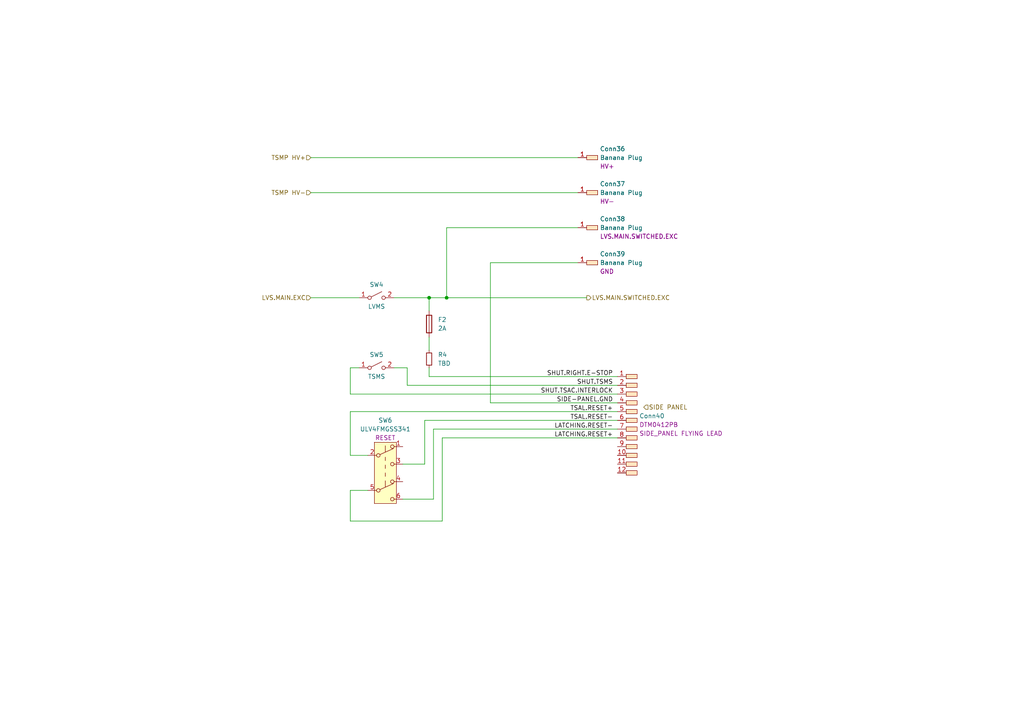
<source format=kicad_sch>
(kicad_sch (version 20231120) (generator "eeschema") (generator_version "8.0")
  (paper "A4")
  (title_block (title "LOOM - SIDE PANEL"))
  (lib_symbols
    (symbol "Connectors_SUFST:Banana Plug"
      (property "Reference" "Conn" (at 0 -1.905 0))
      (property "Connection Type" "HV" (at 0 1.905 0))
      (symbol "Banana Plug_1_1"
        (rectangle (start -3.81 -6.35) (end -0.635 -7.62) (fill (type color) (color 255 229 191 1)))
        (pin input line (at 1.905 -6.985 180) (length 2.54) (name "") (number "1"))
      )
    )
    (symbol "Connectors_SUFST:Deutsch_DTM_12P_Pin"
      (property "Reference" "Conn" (at 0 -1.905 0))
      (property "P/N" "DTM0412PB" (at 0 0 0))
      (symbol "Deutsch_DTM_12P_Pin_0_1"
        (polyline (pts (xy -0.635 -29.845) (xy 1.905 -29.845)))
        (polyline (pts (xy -0.635 -24.765) (xy 1.905 -24.765)))
        (polyline (pts (xy -0.635 -19.685) (xy 1.905 -19.685)))
        (polyline (pts (xy -0.635 -14.605) (xy 1.905 -14.605)))
        (polyline (pts (xy -0.635 -9.525) (xy 1.905 -9.525)))
        (polyline (pts (xy -0.635 -4.445) (xy 1.905 -4.445)))
      )
      (symbol "Deutsch_DTM_12P_Pin_1_1"
        (rectangle (start -3.81 -31.75) (end -0.635 -33.02) (fill (type color) (color 255 229 191 1)))
        (rectangle (start -3.81 -29.21) (end -0.635 -30.48) (fill (type color) (color 255 229 191 1)))
        (rectangle (start -3.81 -26.67) (end -0.635 -27.94) (fill (type color) (color 255 229 191 1)))
        (rectangle (start -3.81 -24.13) (end -0.635 -25.4) (fill (type color) (color 255 229 191 1)))
        (rectangle (start -3.81 -21.59) (end -0.635 -22.86) (fill (type color) (color 255 229 191 1)))
        (rectangle (start -3.81 -19.05) (end -0.635 -20.32) (fill (type color) (color 255 229 191 1)))
        (rectangle (start -3.81 -16.51) (end -0.635 -17.78) (fill (type color) (color 255 229 191 1)))
        (rectangle (start -3.81 -13.97) (end -0.635 -15.24) (fill (type color) (color 255 229 191 1)))
        (rectangle (start -3.81 -11.43) (end -0.635 -12.7) (fill (type color) (color 255 229 191 1)))
        (rectangle (start -3.81 -8.89) (end -0.635 -10.16) (fill (type color) (color 255 229 191 1)))
        (rectangle (start -3.81 -6.35) (end -0.635 -7.62) (fill (type color) (color 255 229 191 1)))
        (rectangle (start -3.81 -3.81) (end -0.635 -5.08) (fill (type color) (color 255 229 191 1)))
        (pin input line (at 1.905 -32.385 180) (length 2.54) (name "") (number "1"))
        (pin input line (at 1.905 -9.525 180) (length 2.54) (name "") (number "10"))
        (pin input line (at 1.905 -6.985 180) (length 2.54) (name "") (number "11"))
        (pin input line (at 1.905 -4.445 180) (length 2.54) (name "") (number "12"))
        (pin input line (at 1.905 -29.845 180) (length 2.54) (name "") (number "2"))
        (pin input line (at 1.905 -27.305 180) (length 2.54) (name "") (number "3"))
        (pin input line (at 1.905 -24.765 180) (length 2.54) (name "") (number "4"))
        (pin input line (at 1.905 -22.225 180) (length 2.54) (name "") (number "5"))
        (pin input line (at 1.905 -19.685 180) (length 2.54) (name "") (number "6"))
        (pin input line (at 1.905 -17.145 180) (length 2.54) (name "") (number "7"))
        (pin input line (at 1.905 -14.605 180) (length 2.54) (name "") (number "8"))
        (pin input line (at 1.905 -12.065 180) (length 2.54) (name "") (number "9"))
      )
    )
    (symbol "Device:Fuse" (pin_numbers hide) (pin_names (offset 0))
      (property "Reference" "F" (at 2.032 0 90))
      (property "Value" "Fuse" (at -1.905 0 90))
      (symbol "Fuse_0_1"
        (rectangle (start -0.762 -2.54) (end 0.762 2.54) (stroke (width 0.254)))
        (polyline (pts (xy 0 2.54) (xy 0 -2.54)))
      )
      (symbol "Fuse_1_1"
        (pin passive line (at 0 3.81 270) (length 1.27) (name "~") (number "1"))
        (pin passive line (at 0 -3.81 90) (length 1.27) (name "~") (number "2"))
      )
    )
    (symbol "Device:R_Small" (pin_numbers hide) (pin_names (offset 0.254) hide)
      (property "Reference" "R" (at 0.762 0.508 0))
      (property "Value" "R_Small" (at 0.762 -1.016 0))
      (symbol "R_Small_0_1"
        (rectangle (start -0.762 1.778) (end 0.762 -1.778) (stroke (width 0.2032)))
      )
      (symbol "R_Small_1_1"
        (pin passive line (at 0 2.54 270) (length 0.762) (name "~") (number "1"))
        (pin passive line (at 0 -2.54 90) (length 0.762) (name "~") (number "2"))
      )
    )
    (symbol "Switch:SW_Push_DPDT" (pin_names (offset 0) hide)
      (property "Reference" "SW" (at 0 10.16 0))
      (property "Value" "SW_Push_DPDT" (at 0 -10.16 0))
      (symbol "SW_Push_DPDT_0_0"
        (circle (center -2.032 -5.08) (radius 0.508))
        (circle (center -2.032 5.08) (radius 0.508))
        (circle (center 2.032 -7.62) (radius 0.508))
        (circle (center 2.032 2.54) (radius 0.508))
      )
      (symbol "SW_Push_DPDT_0_1"
        (polyline (pts (xy -1.524 -4.826) (xy 2.3368 -3.0988)))
        (polyline (pts (xy -1.524 5.334) (xy 2.3368 7.0612)))
        (polyline (pts (xy 0 -2.286) (xy 0 -4.064)))
        (polyline (pts (xy 0 -1.016) (xy 0 0)))
        (polyline (pts (xy 0 1.27) (xy 0 2.286)))
        (polyline (pts (xy 0 3.556) (xy 0 4.572)))
        (polyline (pts (xy 0 7.874) (xy 0 6.096)))
        (circle (center 2.032 -2.54) (radius 0.508))
        (circle (center 2.032 7.62) (radius 0.508))
      )
      (symbol "SW_Push_DPDT_1_1"
        (rectangle (start -3.175 8.89) (end 3.175 -8.89) (fill (type background)))
        (pin passive line (at 5.08 7.62 180) (length 2.54) (name "A") (number "1"))
        (pin passive line (at -5.08 5.08 0) (length 2.54) (name "B") (number "2"))
        (pin passive line (at 5.08 2.54 180) (length 2.54) (name "C") (number "3"))
        (pin passive line (at 5.08 -2.54 180) (length 2.54) (name "A") (number "4"))
        (pin passive line (at -5.08 -5.08 0) (length 2.54) (name "B") (number "5"))
        (pin passive line (at 5.08 -7.62 180) (length 2.54) (name "C") (number "6"))
      )
    )
    (symbol "Switch:SW_SPST" (pin_names (offset 0) hide)
      (property "Reference" "SW" (at 0 3.175 0))
      (property "Value" "SW_SPST" (at 0 -2.54 0))
      (symbol "SW_SPST_0_0"
        (circle (center -2.032 0) (radius 0.508))
        (polyline (pts (xy -1.524 0.254) (xy 1.524 1.778)))
        (circle (center 2.032 0) (radius 0.508))
      )
      (symbol "SW_SPST_1_1"
        (pin passive line (at -5.08 0 0) (length 2.54) (name "A") (number "1"))
        (pin passive line (at 5.08 0 180) (length 2.54) (name "B") (number "2"))
      )
    )
  )
  (junction (at 129.54 86.36))
  (junction (at 124.46 86.36))
  (wire (pts (xy 167.64 66.04) (xy 129.54 66.04)))
  (wire (pts (xy 124.46 86.36) (xy 124.46 90.17)))
  (wire (pts (xy 90.17 45.72) (xy 167.64 45.72)))
  (wire (pts (xy 101.6 114.3) (xy 179.07 114.3)))
  (wire (pts (xy 106.68 142.24) (xy 101.6 142.24)))
  (wire (pts (xy 104.14 106.68) (xy 101.6 106.68)))
  (wire (pts (xy 124.46 109.22) (xy 124.46 106.68)))
  (wire (pts (xy 124.46 97.79) (xy 124.46 101.6)))
  (wire (pts (xy 123.19 121.92) (xy 179.07 121.92)))
  (wire (pts (xy 123.19 134.62) (xy 123.19 121.92)))
  (wire (pts (xy 101.6 119.38) (xy 179.07 119.38)))
  (wire (pts (xy 128.27 151.13) (xy 128.27 127)))
  (wire (pts (xy 118.11 106.68) (xy 118.11 111.76)))
  (wire (pts (xy 142.24 116.84) (xy 142.24 76.2)))
  (wire (pts (xy 179.07 116.84) (xy 142.24 116.84)))
  (wire (pts (xy 179.07 124.46) (xy 125.73 124.46)))
  (wire (pts (xy 125.73 144.78) (xy 125.73 124.46)))
  (wire (pts (xy 106.68 132.08) (xy 101.6 132.08)))
  (wire (pts (xy 124.46 109.22) (xy 179.07 109.22)))
  (wire (pts (xy 129.54 66.04) (xy 129.54 86.36)))
  (wire (pts (xy 101.6 106.68) (xy 101.6 114.3)))
  (wire (pts (xy 90.17 86.36) (xy 104.14 86.36)))
  (wire (pts (xy 116.84 134.62) (xy 123.19 134.62)))
  (wire (pts (xy 90.17 55.88) (xy 167.64 55.88)))
  (wire (pts (xy 101.6 151.13) (xy 128.27 151.13)))
  (wire (pts (xy 118.11 111.76) (xy 179.07 111.76)))
  (wire (pts (xy 114.3 86.36) (xy 124.46 86.36)))
  (wire (pts (xy 116.84 144.78) (xy 125.73 144.78)))
  (wire (pts (xy 101.6 132.08) (xy 101.6 119.38)))
  (wire (pts (xy 179.07 127) (xy 128.27 127)))
  (wire (pts (xy 114.3 106.68) (xy 118.11 106.68)))
  (wire (pts (xy 129.54 86.36) (xy 170.18 86.36)))
  (wire (pts (xy 101.6 142.24) (xy 101.6 151.13)))
  (wire (pts (xy 142.24 76.2) (xy 167.64 76.2)))
  (wire (pts (xy 124.46 86.36) (xy 129.54 86.36)))
  (label "LATCHING.RESET+" (at 177.8 127 180))
  (label "LATCHING.RESET-" (at 177.8 124.46 180))
  (label "SIDE-PANEL.GND" (at 177.8 116.84 180))
  (label "SHUT.TSMS" (at 177.8 111.76 180))
  (label "SHUT.TSAC.INTERLOCK" (at 177.8 114.3 180))
  (label "TSAL.RESET-" (at 177.8 121.92 180))
  (label "TSAL.RESET+" (at 177.8 119.38 180))
  (label "SHUT.RIGHT.E-STOP" (at 177.8 109.22 180))
  (hierarchical_label "SIDE PANEL" (shape input) (at 186.69 118.11 0))
  (hierarchical_label "LVS.MAIN.EXC" (shape input) (at 90.17 86.36 180))
  (hierarchical_label "LVS.MAIN.SWITCHED.EXC" (shape output) (at 170.18 86.36 0))
  (hierarchical_label "TSMP HV+" (shape input) (at 90.17 45.72 180))
  (hierarchical_label "TSMP HV-" (shape input) (at 90.17 55.88 180))
  (symbol (lib_id "Connectors_SUFST:Banana Plug") (at 169.545 69.215 0) (mirror y) (unit 1)
    (property "Reference" "Conn39" (at 173.99 73.66 0) (effects (justify right)))
    (property "Value" "Banana Plug" (at 173.99 76.2 0) (effects (justify right)))
    (property "Connection Type" "GND" (at 173.99 78.74 0) (effects (justify right)))
  )
  (symbol (lib_id "Connectors_SUFST:Banana Plug") (at 169.545 38.735 0) (mirror y) (unit 1)
    (property "Reference" "Conn36" (at 173.99 43.18 0) (effects (justify right)))
    (property "Value" "Banana Plug" (at 173.99 45.72 0) (effects (justify right)))
    (property "Connection Type" "HV+" (at 173.99 48.26 0) (effects (justify right)))
  )
  (symbol (lib_id "Switch:SW_Push_DPDT") (at 111.76 137.16 0) (unit 1)
    (property "Reference" "SW6" (at 111.76 121.92 0))
    (property "Value" "ULV4FMGSS341" (at 111.76 124.46 0))
    (property "Conn Name" "RESET" (at 111.76 127 0))
  )
  (symbol (lib_id "Device:R_Small") (at 124.46 104.14 0) (unit 1)
    (property "Reference" "R4" (at 127 102.87 0) (effects (justify left)))
    (property "Value" "TBD" (at 127 105.41 0) (effects (justify left)))
  )
  (symbol (lib_id "Connectors_SUFST:Banana Plug") (at 169.545 59.055 0) (mirror y) (unit 1)
    (property "Reference" "Conn38" (at 173.99 63.5 0) (effects (justify right)))
    (property "Value" "Banana Plug" (at 173.99 66.04 0) (effects (justify right)))
    (property "Connection Type" "LVS.MAIN.SWITCHED.EXC" (at 173.99 68.58 0) (effects (justify right)))
  )
  (symbol (lib_id "Connectors_SUFST:Banana Plug") (at 169.545 48.895 0) (mirror y) (unit 1)
    (property "Reference" "Conn37" (at 173.99 53.34 0) (effects (justify right)))
    (property "Value" "Banana Plug" (at 173.99 55.88 0) (effects (justify right)))
    (property "Connection Type" "HV-" (at 173.99 58.42 0) (effects (justify right)))
  )
  (symbol (lib_id "Connectors_SUFST:Deutsch_DTM_12P_Pin") (at 180.975 141.605 180) (unit 1)
    (property "Reference" "Conn40" (at 185.42 120.65 0) (effects (justify right)))
    (property "Value" "Deutsch_DTM_12P_Pin" (effects (hide yes)))
    (property "P/N" "DTM0412PB" (at 185.42 123.19 0) (effects (justify right)))
    (property "Conn Name" "SIDE_PANEL FLYING LEAD" (at 185.42 125.73 0) (effects (justify right)))
  )
  (symbol (lib_id "Switch:SW_SPST") (at 109.22 86.36 0) (unit 1)
    (property "Reference" "SW4" (at 109.22 82.55 0))
    (property "Value" "LVMS" (at 109.22 88.9 0))
  )
  (symbol (lib_id "Switch:SW_SPST") (at 109.22 106.68 0) (unit 1)
    (property "Reference" "SW5" (at 109.22 102.87 0))
    (property "Value" "TSMS" (at 109.22 109.22 0))
  )
  (symbol (lib_id "Device:Fuse") (at 124.46 93.98 0) (unit 1)
    (property "Reference" "F2" (at 127 92.71 0) (effects (justify left)))
    (property "Value" "2A" (at 127 95.25 0) (effects (justify left)))
  )
)
</source>
